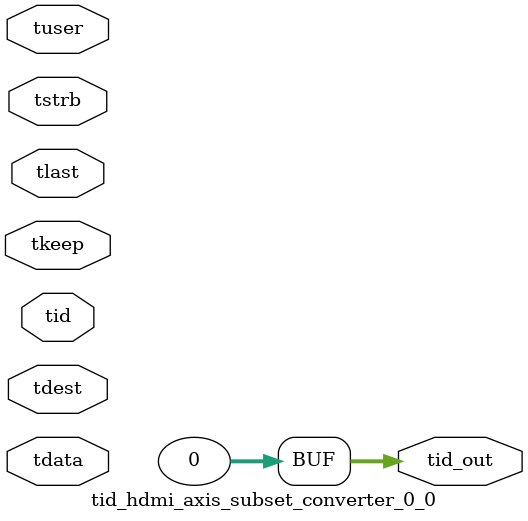
<source format=v>


`timescale 1ps/1ps

module tid_hdmi_axis_subset_converter_0_0 #
(
parameter C_S_AXIS_TID_WIDTH   = 1,
parameter C_S_AXIS_TUSER_WIDTH = 0,
parameter C_S_AXIS_TDATA_WIDTH = 0,
parameter C_S_AXIS_TDEST_WIDTH = 0,
parameter C_M_AXIS_TID_WIDTH   = 32
)
(
input  [(C_S_AXIS_TID_WIDTH   == 0 ? 1 : C_S_AXIS_TID_WIDTH)-1:0       ] tid,
input  [(C_S_AXIS_TDATA_WIDTH == 0 ? 1 : C_S_AXIS_TDATA_WIDTH)-1:0     ] tdata,
input  [(C_S_AXIS_TUSER_WIDTH == 0 ? 1 : C_S_AXIS_TUSER_WIDTH)-1:0     ] tuser,
input  [(C_S_AXIS_TDEST_WIDTH == 0 ? 1 : C_S_AXIS_TDEST_WIDTH)-1:0     ] tdest,
input  [(C_S_AXIS_TDATA_WIDTH/8)-1:0 ] tkeep,
input  [(C_S_AXIS_TDATA_WIDTH/8)-1:0 ] tstrb,
input                                                                    tlast,
output [(C_M_AXIS_TID_WIDTH   == 0 ? 1 : C_M_AXIS_TID_WIDTH)-1:0       ] tid_out
);

assign tid_out = {1'b0};

endmodule


</source>
